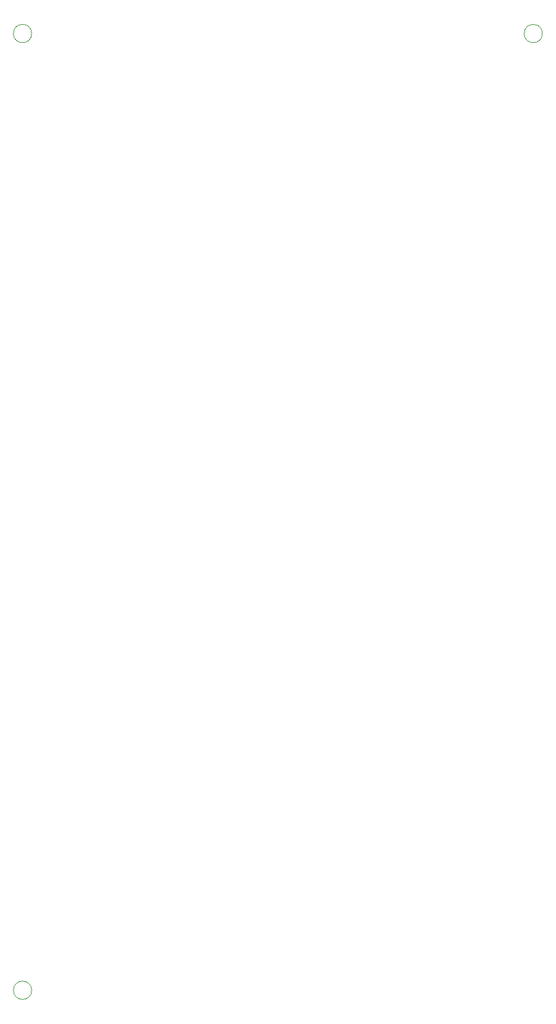
<source format=gbr>
G04 #@! TF.GenerationSoftware,KiCad,Pcbnew,8.0.6*
G04 #@! TF.CreationDate,2024-11-07T02:27:12-08:00*
G04 #@! TF.ProjectId,hvd-68-vhdci-panel,6876642d-3638-42d7-9668-6463692d7061,1*
G04 #@! TF.SameCoordinates,Original*
G04 #@! TF.FileFunction,AssemblyDrawing,Bot*
%FSLAX46Y46*%
G04 Gerber Fmt 4.6, Leading zero omitted, Abs format (unit mm)*
G04 Created by KiCad (PCBNEW 8.0.6) date 2024-11-07 02:27:12*
%MOMM*%
%LPD*%
G01*
G04 APERTURE LIST*
%ADD10C,0.050000*%
G04 APERTURE END LIST*
D10*
G04 #@! TO.C,KiKit_FID_B_2*
X-1250000Y133503500D02*
G75*
G02*
X-3750000Y133503500I-1250000J0D01*
G01*
X-3750000Y133503500D02*
G75*
G02*
X-1250000Y133503500I1250000J0D01*
G01*
G04 #@! TO.C,KiKit_FID_B_1*
X-71250000Y133503500D02*
G75*
G02*
X-73750000Y133503500I-1250000J0D01*
G01*
X-73750000Y133503500D02*
G75*
G02*
X-71250000Y133503500I1250000J0D01*
G01*
G04 #@! TO.C,KiKit_FID_B_3*
X-71250000Y2500000D02*
G75*
G02*
X-73750000Y2500000I-1250000J0D01*
G01*
X-73750000Y2500000D02*
G75*
G02*
X-71250000Y2500000I1250000J0D01*
G01*
G04 #@! TD*
M02*

</source>
